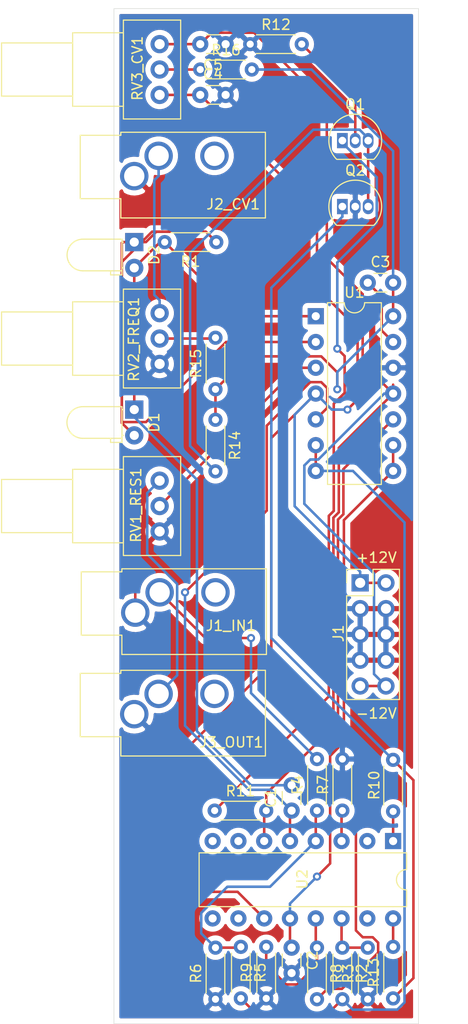
<source format=kicad_pcb>
(kicad_pcb (version 20171130) (host pcbnew 5.1.2-f72e74a~84~ubuntu18.04.1)
  (title_block (title "Simple Analog Low Pass Filter") (date 2019-04-20) (rev 0.1) (company lunaticgeek.com) (comment 1 "Based on LMNC and Rene Schmitz MS20 filter"))
  (layers (0 F.Cu signal) (31 B.Cu signal) (34 B.Paste user) (35 F.Paste user) (36 B.SilkS user) (37 F.SilkS user) (38 B.Mask user) (39 F.Mask user) (44 Edge.Cuts user))
  (net 0 "")
  (net 1 "Net-(C1-Pad2)")
  (net 2 "Net-(C1-Pad1)")
  (net 3 "Net-(C2-Pad1)")
  (net 4 GND)
  (net 5 "Net-(C3-Pad1)")
  (net 6 "Net-(C3-Pad2)")
  (net 7 +12V)
  (net 8 -12V)
  (net 9 "Net-(D1-Pad2)")
  (net 10 "Net-(Q1-Pad2)")
  (net 11 "Net-(Q1-Pad3)")
  (net 12 "Net-(Q1-Pad1)")
  (net 13 "Net-(Q2-Pad1)")
  (net 14 "Net-(R2-Pad1)")
  (net 15 "Net-(R2-Pad2)")
  (net 16 "Net-(R4-Pad1)")
  (net 17 "Net-(R7-Pad1)")
  (net 18 "Net-(R8-Pad2)")
  (net 19 "Net-(R8-Pad1)")
  (net 20 "Net-(R10-Pad2)")
  (net 21 "Net-(R13-Pad2)")
  (net 22 "Net-(R15-Pad2)")
  (net 23 "Net-(R16-Pad1)")
  (net 24 "Net-(U2-Pad9)")
  (net 25 "Net-(U2-Pad2)")
  (net 26 "Net-(U2-Pad10)")
  (net 27 "Net-(U2-Pad7)")
  (net 28 "Net-(U2-Pad15)")
  (net 29 "Net-(U2-Pad8)")
  (net 30 "Net-(J1_IN1-PadT)")
  (net 31 "Net-(J2_CV1-PadT)")
  (net 32 "Net-(J3_OUT1-PadT)")
  (net 33 "Net-(RV1_RES1-Pad2)")
  (module Package_DIP:DIP-16_W7.62mm (layer F.Cu) (at 152.5 122 270)
    (fp_text reference U2 (at 3.757 8.943 270) (layer F.SilkS))
    (fp_text value LM13700)
    (fp_arc (start 3.81 -1.33) (end 2.81 -1.33) (angle -180) (layer F.SilkS) (width 0.12))
    (fp_line (start 2.81 -1.33) (end 1.16 -1.33) (layer F.SilkS) (width 0.12))
    (fp_line (start 1.16 -1.33) (end 1.16 19.11) (layer F.SilkS) (width 0.12))
    (fp_line (start 1.16 19.11) (end 6.46 19.11) (layer F.SilkS) (width 0.12))
    (fp_line (start 6.46 19.11) (end 6.46 -1.33) (layer F.SilkS) (width 0.12))
    (fp_line (start 6.46 -1.33) (end 4.81 -1.33) (layer F.SilkS) (width 0.12))
    (pad 1 thru_hole rect (at 0 0 270) (size 1.6 1.6) (drill 0.8) (layers *.Cu *.Mask) (net 20 "Net-(R10-Pad2)"))
    (pad 9 thru_hole oval (at 7.62 17.78 270) (size 1.6 1.6) (drill 0.8) (layers *.Cu *.Mask) (net 24 "Net-(U2-Pad9)"))
    (pad 2 thru_hole oval (at 0 2.54 270) (size 1.6 1.6) (drill 0.8) (layers *.Cu *.Mask) (net 25 "Net-(U2-Pad2)"))
    (pad 10 thru_hole oval (at 7.62 15.24 270) (size 1.6 1.6) (drill 0.8) (layers *.Cu *.Mask) (net 26 "Net-(U2-Pad10)"))
    (pad 3 thru_hole oval (at 0 5.08 270) (size 1.6 1.6) (drill 0.8) (layers *.Cu *.Mask) (net 17 "Net-(R7-Pad1)"))
    (pad 11 thru_hole oval (at 7.62 12.7 270) (size 1.6 1.6) (drill 0.8) (layers *.Cu *.Mask) (net 7 +12V))
    (pad 4 thru_hole oval (at 0 7.62 270) (size 1.6 1.6) (drill 0.8) (layers *.Cu *.Mask) (net 16 "Net-(R4-Pad1)"))
    (pad 12 thru_hole oval (at 7.62 10.16 270) (size 1.6 1.6) (drill 0.8) (layers *.Cu *.Mask) (net 3 "Net-(C2-Pad1)"))
    (pad 5 thru_hole oval (at 0 10.16 270) (size 1.6 1.6) (drill 0.8) (layers *.Cu *.Mask) (net 2 "Net-(C1-Pad1)"))
    (pad 13 thru_hole oval (at 7.62 7.62 270) (size 1.6 1.6) (drill 0.8) (layers *.Cu *.Mask) (net 19 "Net-(R8-Pad1)"))
    (pad 6 thru_hole oval (at 0 12.7 270) (size 1.6 1.6) (drill 0.8) (layers *.Cu *.Mask) (net 8 -12V))
    (pad 14 thru_hole oval (at 7.62 5.08 270) (size 1.6 1.6) (drill 0.8) (layers *.Cu *.Mask) (net 14 "Net-(R2-Pad1)"))
    (pad 7 thru_hole oval (at 0 15.24 270) (size 1.6 1.6) (drill 0.8) (layers *.Cu *.Mask) (net 27 "Net-(U2-Pad7)"))
    (pad 15 thru_hole oval (at 7.62 2.54 270) (size 1.6 1.6) (drill 0.8) (layers *.Cu *.Mask) (net 28 "Net-(U2-Pad15)"))
    (pad 8 thru_hole oval (at 0 17.78 270) (size 1.6 1.6) (drill 0.8) (layers *.Cu *.Mask) (net 29 "Net-(U2-Pad8)"))
    (pad 16 thru_hole oval (at 7.62 0 270) (size 1.6 1.6) (drill 0.8) (layers *.Cu *.Mask) (net 21 "Net-(R13-Pad2)"))
  )
  (module Connector_Audio:Jack_3.5mm_CUI_SJ1-3533NG_Horizontal_CircularHoles (layer F.Cu) (at 127 109.5 90)
    (fp_text reference J3_OUT1 (at -2.7735 9.5705 180) (layer F.SilkS))
    (fp_text value AudioJack2)
    (fp_line (start -2.22 -1.32) (end -2.22 -5.32) (layer F.SilkS) (width 0.12))
    (fp_line (start -4.12 -1.32) (end -2.22 -1.32) (layer F.SilkS) (width 0.12))
    (fp_line (start -4.12 12.92) (end -4.12 -1.32) (layer F.SilkS) (width 0.12))
    (fp_line (start 4.32 12.92) (end -4.12 12.92) (layer F.SilkS) (width 0.12))
    (fp_line (start 4.32 -1.32) (end 4.32 12.92) (layer F.SilkS) (width 0.12))
    (fp_line (start 4.02 -1.32) (end 4.32 -1.32) (layer F.SilkS) (width 0.12))
    (fp_line (start 4.02 -5.32) (end 4.02 -1.32) (layer F.SilkS) (width 0.12))
    (fp_line (start -2.22 -5.32) (end 4.02 -5.32) (layer F.SilkS) (width 0.12))
    (pad R thru_hole circle (at 2 7.9 90) (size 2.8 2.8) (drill 2) (layers *.Cu *.Mask))
    (pad T thru_hole circle (at 2 2.4 90) (size 2.8 2.8) (drill 2) (layers *.Cu *.Mask) (net 32 "Net-(J3_OUT1-PadT)"))
    (pad S thru_hole circle (at 0 0 90) (size 2.8 2.8) (drill 2) (layers *.Cu *.Mask) (net 4 GND))
  )
  (module Connector_Audio:Jack_3.5mm_CUI_SJ1-3533NG_Horizontal_CircularHoles (layer F.Cu) (at 127 56.5 90)
    (fp_text reference J2_CV1 (at -2.774 9.7485 180) (layer F.SilkS))
    (fp_text value AudioJack2)
    (fp_line (start -2.22 -1.32) (end -2.22 -5.32) (layer F.SilkS) (width 0.12))
    (fp_line (start -4.12 -1.32) (end -2.22 -1.32) (layer F.SilkS) (width 0.12))
    (fp_line (start -4.12 12.92) (end -4.12 -1.32) (layer F.SilkS) (width 0.12))
    (fp_line (start 4.32 12.92) (end -4.12 12.92) (layer F.SilkS) (width 0.12))
    (fp_line (start 4.32 -1.32) (end 4.32 12.92) (layer F.SilkS) (width 0.12))
    (fp_line (start 4.02 -1.32) (end 4.32 -1.32) (layer F.SilkS) (width 0.12))
    (fp_line (start 4.02 -5.32) (end 4.02 -1.32) (layer F.SilkS) (width 0.12))
    (fp_line (start -2.22 -5.32) (end 4.02 -5.32) (layer F.SilkS) (width 0.12))
    (pad R thru_hole circle (at 2 7.9 90) (size 2.8 2.8) (drill 2) (layers *.Cu *.Mask))
    (pad T thru_hole circle (at 2 2.4 90) (size 2.8 2.8) (drill 2) (layers *.Cu *.Mask) (net 31 "Net-(J2_CV1-PadT)"))
    (pad S thru_hole circle (at 0 0 90) (size 2.8 2.8) (drill 2) (layers *.Cu *.Mask) (net 4 GND))
  )
  (module Connector_Audio:Jack_3.5mm_CUI_SJ1-3533NG_Horizontal_CircularHoles (layer F.Cu) (at 127.1 99.5 90)
    (fp_text reference J1_IN1 (at -1.2925 9.426 180) (layer F.SilkS))
    (fp_text value AudioJack2)
    (fp_line (start -2.22 -1.32) (end -2.22 -5.32) (layer F.SilkS) (width 0.12))
    (fp_line (start -4.12 -1.32) (end -2.22 -1.32) (layer F.SilkS) (width 0.12))
    (fp_line (start -4.12 12.92) (end -4.12 -1.32) (layer F.SilkS) (width 0.12))
    (fp_line (start 4.32 12.92) (end -4.12 12.92) (layer F.SilkS) (width 0.12))
    (fp_line (start 4.32 -1.32) (end 4.32 12.92) (layer F.SilkS) (width 0.12))
    (fp_line (start 4.02 -1.32) (end 4.32 -1.32) (layer F.SilkS) (width 0.12))
    (fp_line (start 4.02 -5.32) (end 4.02 -1.32) (layer F.SilkS) (width 0.12))
    (fp_line (start -2.22 -5.32) (end 4.02 -5.32) (layer F.SilkS) (width 0.12))
    (pad R thru_hole circle (at 2 7.9 90) (size 2.8 2.8) (drill 2) (layers *.Cu *.Mask))
    (pad T thru_hole circle (at 2 2.4 90) (size 2.8 2.8) (drill 2) (layers *.Cu *.Mask) (net 30 "Net-(J1_IN1-PadT)"))
    (pad S thru_hole circle (at 0 0 90) (size 2.8 2.8) (drill 2) (layers *.Cu *.Mask) (net 4 GND))
  )
  (module Capacitor_THT:C_Disc_D3.0mm_W1.6mm_P2.50mm (layer F.Cu) (at 142.5 119 90)
    (fp_text reference C1 (at 1.25 -2.05 90) (layer F.SilkS))
    (fp_text value 1n)
    (fp_line (start 0.621 0.92) (end 1.879 0.92) (layer F.SilkS) (width 0.12))
    (fp_line (start 0.621 -0.92) (end 1.879 -0.92) (layer F.SilkS) (width 0.12))
    (pad 2 thru_hole circle (at 2.5 0 90) (size 1.6 1.6) (drill 0.8) (layers *.Cu *.Mask) (net 1 "Net-(C1-Pad2)"))
    (pad 1 thru_hole circle (at 0 0 90) (size 1.6 1.6) (drill 0.8) (layers *.Cu *.Mask) (net 2 "Net-(C1-Pad1)"))
  )
  (module Capacitor_THT:C_Disc_D3.0mm_W1.6mm_P2.50mm (layer F.Cu) (at 142.5 132.5 270)
    (fp_text reference C2 (at 1.25 -2.05 270) (layer F.SilkS))
    (fp_text value 1n)
    (fp_line (start 0.621 -0.92) (end 1.879 -0.92) (layer F.SilkS) (width 0.12))
    (fp_line (start 0.621 0.92) (end 1.879 0.92) (layer F.SilkS) (width 0.12))
    (pad 1 thru_hole circle (at 0 0 270) (size 1.6 1.6) (drill 0.8) (layers *.Cu *.Mask) (net 3 "Net-(C2-Pad1)"))
    (pad 2 thru_hole circle (at 2.5 0 270) (size 1.6 1.6) (drill 0.8) (layers *.Cu *.Mask) (net 4 GND))
  )
  (module Capacitor_THT:C_Disc_D3.0mm_W1.6mm_P2.50mm (layer F.Cu) (at 150 67)
    (fp_text reference C3 (at 1.25 -2.05) (layer F.SilkS))
    (fp_text value 4.7n)
    (fp_line (start 0.621 -0.92) (end 1.879 -0.92) (layer F.SilkS) (width 0.12))
    (fp_line (start 0.621 0.92) (end 1.879 0.92) (layer F.SilkS) (width 0.12))
    (pad 1 thru_hole circle (at 0 0) (size 1.6 1.6) (drill 0.8) (layers *.Cu *.Mask) (net 5 "Net-(C3-Pad1)"))
    (pad 2 thru_hole circle (at 2.5 0) (size 1.6 1.6) (drill 0.8) (layers *.Cu *.Mask) (net 6 "Net-(C3-Pad2)"))
  )
  (module Capacitor_THT:C_Disc_D3.0mm_W1.6mm_P2.50mm (layer F.Cu) (at 133.5 48.5)
    (fp_text reference C4 (at 1.25 -2.05) (layer F.SilkS))
    (fp_text value 100n)
    (fp_line (start 0.621 0.92) (end 1.879 0.92) (layer F.SilkS) (width 0.12))
    (fp_line (start 0.621 -0.92) (end 1.879 -0.92) (layer F.SilkS) (width 0.12))
    (pad 2 thru_hole circle (at 2.5 0) (size 1.6 1.6) (drill 0.8) (layers *.Cu *.Mask) (net 4 GND))
    (pad 1 thru_hole circle (at 0 0) (size 1.6 1.6) (drill 0.8) (layers *.Cu *.Mask) (net 7 +12V))
  )
  (module Capacitor_THT:C_Disc_D3.0mm_W1.6mm_P2.50mm (layer F.Cu) (at 136 43.5 180)
    (fp_text reference C5 (at 1.25 -2.05 180) (layer F.SilkS))
    (fp_text value 100n)
    (fp_line (start 0.621 -0.92) (end 1.879 -0.92) (layer F.SilkS) (width 0.12))
    (fp_line (start 0.621 0.92) (end 1.879 0.92) (layer F.SilkS) (width 0.12))
    (pad 1 thru_hole circle (at 0 0 180) (size 1.6 1.6) (drill 0.8) (layers *.Cu *.Mask) (net 4 GND))
    (pad 2 thru_hole circle (at 2.5 0 180) (size 1.6 1.6) (drill 0.8) (layers *.Cu *.Mask) (net 8 -12V))
  )
  (module LED_THT:LED_D3.0mm_Horizontal_O1.27mm_Z2.0mm (layer F.Cu) (at 127 79.5 270)
    (fp_text reference D1 (at 1.27 -1.96 270) (layer F.SilkS))
    (fp_text value LED)
    (fp_arc (start 1.27 5.07) (end -0.29 5.07) (angle -180) (layer F.SilkS) (width 0.12))
    (fp_line (start -0.29 1.21) (end -0.29 5.07) (layer F.SilkS) (width 0.12))
    (fp_line (start 2.83 1.21) (end 2.83 5.07) (layer F.SilkS) (width 0.12))
    (fp_line (start -0.29 1.21) (end 2.83 1.21) (layer F.SilkS) (width 0.12))
    (fp_line (start 3.23 1.21) (end 3.23 2.33) (layer F.SilkS) (width 0.12))
    (fp_line (start 3.23 2.33) (end 2.83 2.33) (layer F.SilkS) (width 0.12))
    (fp_line (start 2.83 2.33) (end 2.83 1.21) (layer F.SilkS) (width 0.12))
    (fp_line (start 2.83 1.21) (end 3.23 1.21) (layer F.SilkS) (width 0.12))
    (fp_line (start 0 1.08) (end 0 1.21) (layer F.SilkS) (width 0.12))
    (fp_line (start 0 1.21) (end 0 1.21) (layer F.SilkS) (width 0.12))
    (fp_line (start 0 1.21) (end 0 1.08) (layer F.SilkS) (width 0.12))
    (fp_line (start 0 1.08) (end 0 1.08) (layer F.SilkS) (width 0.12))
    (fp_line (start 2.54 1.08) (end 2.54 1.21) (layer F.SilkS) (width 0.12))
    (fp_line (start 2.54 1.21) (end 2.54 1.21) (layer F.SilkS) (width 0.12))
    (fp_line (start 2.54 1.21) (end 2.54 1.08) (layer F.SilkS) (width 0.12))
    (fp_line (start 2.54 1.08) (end 2.54 1.08) (layer F.SilkS) (width 0.12))
    (pad 1 thru_hole rect (at 0 0 270) (size 1.8 1.8) (drill 0.9) (layers *.Cu *.Mask) (net 1 "Net-(C1-Pad2)"))
    (pad 2 thru_hole circle (at 2.54 0 270) (size 1.8 1.8) (drill 0.9) (layers *.Cu *.Mask) (net 9 "Net-(D1-Pad2)"))
  )
  (module LED_THT:LED_D3.0mm_Horizontal_O1.27mm_Z2.0mm (layer F.Cu) (at 127 63 270)
    (fp_text reference D2 (at 1.27 -1.96 270) (layer F.SilkS))
    (fp_text value LED)
    (fp_line (start 2.54 1.08) (end 2.54 1.08) (layer F.SilkS) (width 0.12))
    (fp_line (start 2.54 1.21) (end 2.54 1.08) (layer F.SilkS) (width 0.12))
    (fp_line (start 2.54 1.21) (end 2.54 1.21) (layer F.SilkS) (width 0.12))
    (fp_line (start 2.54 1.08) (end 2.54 1.21) (layer F.SilkS) (width 0.12))
    (fp_line (start 0 1.08) (end 0 1.08) (layer F.SilkS) (width 0.12))
    (fp_line (start 0 1.21) (end 0 1.08) (layer F.SilkS) (width 0.12))
    (fp_line (start 0 1.21) (end 0 1.21) (layer F.SilkS) (width 0.12))
    (fp_line (start 0 1.08) (end 0 1.21) (layer F.SilkS) (width 0.12))
    (fp_line (start 2.83 1.21) (end 3.23 1.21) (layer F.SilkS) (width 0.12))
    (fp_line (start 2.83 2.33) (end 2.83 1.21) (layer F.SilkS) (width 0.12))
    (fp_line (start 3.23 2.33) (end 2.83 2.33) (layer F.SilkS) (width 0.12))
    (fp_line (start 3.23 1.21) (end 3.23 2.33) (layer F.SilkS) (width 0.12))
    (fp_line (start -0.29 1.21) (end 2.83 1.21) (layer F.SilkS) (width 0.12))
    (fp_line (start 2.83 1.21) (end 2.83 5.07) (layer F.SilkS) (width 0.12))
    (fp_line (start -0.29 1.21) (end -0.29 5.07) (layer F.SilkS) (width 0.12))
    (fp_arc (start 1.27 5.07) (end -0.29 5.07) (angle -180) (layer F.SilkS) (width 0.12))
    (pad 2 thru_hole circle (at 2.54 0 270) (size 1.8 1.8) (drill 0.9) (layers *.Cu *.Mask) (net 1 "Net-(C1-Pad2)"))
    (pad 1 thru_hole rect (at 0 0 270) (size 1.8 1.8) (drill 0.9) (layers *.Cu *.Mask) (net 9 "Net-(D1-Pad2)"))
  )
  (module Package_TO_SOT_THT:TO-92_Inline (layer F.Cu) (at 147.5 53)
    (fp_text reference Q1 (at 1.27 -3.56) (layer F.SilkS))
    (fp_text value BC558)
    (fp_line (start -0.53 1.85) (end 3.07 1.85) (layer F.SilkS) (width 0.12))
    (fp_arc (start 1.27 0) (end 1.27 -2.6) (angle -135) (layer F.SilkS) (width 0.12))
    (fp_arc (start 1.27 0) (end 1.27 -2.6) (angle 135) (layer F.SilkS) (width 0.12))
    (pad 2 thru_hole oval (at 1.27 0) (size 1.05 1.5) (drill 0.75) (layers *.Cu *.Mask) (net 10 "Net-(Q1-Pad2)"))
    (pad 3 thru_hole oval (at 2.54 0) (size 1.05 1.5) (drill 0.75) (layers *.Cu *.Mask) (net 11 "Net-(Q1-Pad3)"))
    (pad 1 thru_hole rect (at 0 0) (size 1.05 1.5) (drill 0.75) (layers *.Cu *.Mask) (net 12 "Net-(Q1-Pad1)"))
  )
  (module Package_TO_SOT_THT:TO-92_Inline (layer F.Cu) (at 147.5 59.5)
    (fp_text reference Q2 (at 1.27 -3.56) (layer F.SilkS))
    (fp_text value BC558)
    (fp_arc (start 1.27 0) (end 1.27 -2.6) (angle 135) (layer F.SilkS) (width 0.12))
    (fp_arc (start 1.27 0) (end 1.27 -2.6) (angle -135) (layer F.SilkS) (width 0.12))
    (fp_line (start -0.53 1.85) (end 3.07 1.85) (layer F.SilkS) (width 0.12))
    (pad 1 thru_hole rect (at 0 0) (size 1.05 1.5) (drill 0.75) (layers *.Cu *.Mask) (net 13 "Net-(Q2-Pad1)"))
    (pad 3 thru_hole oval (at 2.54 0) (size 1.05 1.5) (drill 0.75) (layers *.Cu *.Mask) (net 11 "Net-(Q1-Pad3)"))
    (pad 2 thru_hole oval (at 1.27 0) (size 1.05 1.5) (drill 0.75) (layers *.Cu *.Mask) (net 4 GND))
  )
  (module Resistor_THT:R_Axial_DIN0204_L3.6mm_D1.6mm_P5.08mm_Horizontal (layer F.Cu) (at 135.08 63 180)
    (fp_text reference R1 (at 2.54 -1.92 180) (layer F.SilkS))
    (fp_text value 10k)
    (fp_line (start 0.62 0.92) (end 4.46 0.92) (layer F.SilkS) (width 0.12))
    (fp_line (start 0.62 -0.92) (end 4.46 -0.92) (layer F.SilkS) (width 0.12))
    (pad 2 thru_hole oval (at 5.08 0 180) (size 1.4 1.4) (drill 0.7) (layers *.Cu *.Mask) (net 1 "Net-(C1-Pad2)"))
    (pad 1 thru_hole circle (at 0 0 180) (size 1.4 1.4) (drill 0.7) (layers *.Cu *.Mask) (net 9 "Net-(D1-Pad2)"))
  )
  (module Resistor_THT:R_Axial_DIN0204_L3.6mm_D1.6mm_P5.08mm_Horizontal (layer F.Cu) (at 147.5 132.5 270)
    (fp_text reference R2 (at 2.54 -1.92 270) (layer F.SilkS))
    (fp_text value 10k)
    (fp_line (start 0.62 -0.92) (end 4.46 -0.92) (layer F.SilkS) (width 0.12))
    (fp_line (start 0.62 0.92) (end 4.46 0.92) (layer F.SilkS) (width 0.12))
    (pad 1 thru_hole circle (at 0 0 270) (size 1.4 1.4) (drill 0.7) (layers *.Cu *.Mask) (net 14 "Net-(R2-Pad1)"))
    (pad 2 thru_hole oval (at 5.08 0 270) (size 1.4 1.4) (drill 0.7) (layers *.Cu *.Mask) (net 15 "Net-(R2-Pad2)"))
  )
  (module Resistor_THT:R_Axial_DIN0204_L3.6mm_D1.6mm_P5.08mm_Horizontal (layer F.Cu) (at 150 137.58 90)
    (fp_text reference R3 (at 2.54 -1.92 90) (layer F.SilkS))
    (fp_text value 220)
    (fp_line (start 0.62 -0.92) (end 4.46 -0.92) (layer F.SilkS) (width 0.12))
    (fp_line (start 0.62 0.92) (end 4.46 0.92) (layer F.SilkS) (width 0.12))
    (pad 1 thru_hole circle (at 0 0 90) (size 1.4 1.4) (drill 0.7) (layers *.Cu *.Mask) (net 4 GND))
    (pad 2 thru_hole oval (at 5.08 0 90) (size 1.4 1.4) (drill 0.7) (layers *.Cu *.Mask) (net 14 "Net-(R2-Pad1)"))
  )
  (module Resistor_THT:R_Axial_DIN0204_L3.6mm_D1.6mm_P5.08mm_Horizontal (layer F.Cu) (at 145 119 90)
    (fp_text reference R4 (at 2.54 -1.92 90) (layer F.SilkS))
    (fp_text value 10k)
    (fp_line (start 0.62 0.92) (end 4.46 0.92) (layer F.SilkS) (width 0.12))
    (fp_line (start 0.62 -0.92) (end 4.46 -0.92) (layer F.SilkS) (width 0.12))
    (pad 2 thru_hole oval (at 5.08 0 90) (size 1.4 1.4) (drill 0.7) (layers *.Cu *.Mask) (net 30 "Net-(J1_IN1-PadT)"))
    (pad 1 thru_hole circle (at 0 0 90) (size 1.4 1.4) (drill 0.7) (layers *.Cu *.Mask) (net 16 "Net-(R4-Pad1)"))
  )
  (module Resistor_THT:R_Axial_DIN0204_L3.6mm_D1.6mm_P5.08mm_Horizontal (layer F.Cu) (at 137.5 132.42 270)
    (fp_text reference R5 (at 2.54 -1.92 270) (layer F.SilkS))
    (fp_text value 10k)
    (fp_line (start 0.62 -0.92) (end 4.46 -0.92) (layer F.SilkS) (width 0.12))
    (fp_line (start 0.62 0.92) (end 4.46 0.92) (layer F.SilkS) (width 0.12))
    (pad 1 thru_hole circle (at 0 0 270) (size 1.4 1.4) (drill 0.7) (layers *.Cu *.Mask) (net 16 "Net-(R4-Pad1)"))
    (pad 2 thru_hole oval (at 5.08 0 270) (size 1.4 1.4) (drill 0.7) (layers *.Cu *.Mask) (net 15 "Net-(R2-Pad2)"))
  )
  (module Resistor_THT:R_Axial_DIN0204_L3.6mm_D1.6mm_P5.08mm_Horizontal (layer F.Cu) (at 135 137.58 90)
    (fp_text reference R6 (at 2.54 -1.92 90) (layer F.SilkS))
    (fp_text value 220)
    (fp_line (start 0.62 0.92) (end 4.46 0.92) (layer F.SilkS) (width 0.12))
    (fp_line (start 0.62 -0.92) (end 4.46 -0.92) (layer F.SilkS) (width 0.12))
    (pad 2 thru_hole oval (at 5.08 0 90) (size 1.4 1.4) (drill 0.7) (layers *.Cu *.Mask) (net 16 "Net-(R4-Pad1)"))
    (pad 1 thru_hole circle (at 0 0 90) (size 1.4 1.4) (drill 0.7) (layers *.Cu *.Mask) (net 4 GND))
  )
  (module Resistor_THT:R_Axial_DIN0204_L3.6mm_D1.6mm_P5.08mm_Horizontal (layer F.Cu) (at 147.5 119 90)
    (fp_text reference R7 (at 2.54 -1.92 90) (layer F.SilkS))
    (fp_text value 220)
    (fp_line (start 0.62 -0.92) (end 4.46 -0.92) (layer F.SilkS) (width 0.12))
    (fp_line (start 0.62 0.92) (end 4.46 0.92) (layer F.SilkS) (width 0.12))
    (pad 1 thru_hole circle (at 0 0 90) (size 1.4 1.4) (drill 0.7) (layers *.Cu *.Mask) (net 17 "Net-(R7-Pad1)"))
    (pad 2 thru_hole oval (at 5.08 0 90) (size 1.4 1.4) (drill 0.7) (layers *.Cu *.Mask) (net 4 GND))
  )
  (module Resistor_THT:R_Axial_DIN0204_L3.6mm_D1.6mm_P5.08mm_Horizontal (layer F.Cu) (at 145 132.5 270)
    (fp_text reference R8 (at 2.54 -1.92 270) (layer F.SilkS))
    (fp_text value 10k)
    (fp_line (start 0.62 0.92) (end 4.46 0.92) (layer F.SilkS) (width 0.12))
    (fp_line (start 0.62 -0.92) (end 4.46 -0.92) (layer F.SilkS) (width 0.12))
    (pad 2 thru_hole oval (at 5.08 0 270) (size 1.4 1.4) (drill 0.7) (layers *.Cu *.Mask) (net 18 "Net-(R8-Pad2)"))
    (pad 1 thru_hole circle (at 0 0 270) (size 1.4 1.4) (drill 0.7) (layers *.Cu *.Mask) (net 19 "Net-(R8-Pad1)"))
  )
  (module Resistor_THT:R_Axial_DIN0204_L3.6mm_D1.6mm_P5.08mm_Horizontal (layer F.Cu) (at 140 137.5 90)
    (fp_text reference R9 (at 2.54 -1.92 90) (layer F.SilkS))
    (fp_text value 220)
    (fp_line (start 0.62 -0.92) (end 4.46 -0.92) (layer F.SilkS) (width 0.12))
    (fp_line (start 0.62 0.92) (end 4.46 0.92) (layer F.SilkS) (width 0.12))
    (pad 1 thru_hole circle (at 0 0 90) (size 1.4 1.4) (drill 0.7) (layers *.Cu *.Mask) (net 4 GND))
    (pad 2 thru_hole oval (at 5.08 0 90) (size 1.4 1.4) (drill 0.7) (layers *.Cu *.Mask) (net 19 "Net-(R8-Pad1)"))
  )
  (module Resistor_THT:R_Axial_DIN0204_L3.6mm_D1.6mm_P5.08mm_Horizontal (layer F.Cu) (at 152.5 114 270)
    (fp_text reference R10 (at 2.501 1.8675 270) (layer F.SilkS))
    (fp_text value 10k)
    (fp_line (start 0.62 -0.92) (end 4.46 -0.92) (layer F.SilkS) (width 0.12))
    (fp_line (start 0.62 0.92) (end 4.46 0.92) (layer F.SilkS) (width 0.12))
    (pad 1 thru_hole circle (at 0 0 270) (size 1.4 1.4) (drill 0.7) (layers *.Cu *.Mask) (net 13 "Net-(Q2-Pad1)"))
    (pad 2 thru_hole oval (at 5.08 0 270) (size 1.4 1.4) (drill 0.7) (layers *.Cu *.Mask) (net 20 "Net-(R10-Pad2)"))
  )
  (module Resistor_THT:R_Axial_DIN0204_L3.6mm_D1.6mm_P5.08mm_Horizontal (layer F.Cu) (at 134.92 119)
    (fp_text reference R11 (at 2.54 -1.92) (layer F.SilkS))
    (fp_text value 470k)
    (fp_line (start 0.62 0.92) (end 4.46 0.92) (layer F.SilkS) (width 0.12))
    (fp_line (start 0.62 -0.92) (end 4.46 -0.92) (layer F.SilkS) (width 0.12))
    (pad 2 thru_hole oval (at 5.08 0) (size 1.4 1.4) (drill 0.7) (layers *.Cu *.Mask) (net 8 -12V))
    (pad 1 thru_hole circle (at 0 0) (size 1.4 1.4) (drill 0.7) (layers *.Cu *.Mask) (net 12 "Net-(Q1-Pad1)"))
  )
  (module Resistor_THT:R_Axial_DIN0204_L3.6mm_D1.6mm_P5.08mm_Horizontal (layer F.Cu) (at 138.42 43.5)
    (fp_text reference R12 (at 2.54 -1.92) (layer F.SilkS))
    (fp_text value 1k8)
    (fp_line (start 0.62 -0.92) (end 4.46 -0.92) (layer F.SilkS) (width 0.12))
    (fp_line (start 0.62 0.92) (end 4.46 0.92) (layer F.SilkS) (width 0.12))
    (pad 1 thru_hole circle (at 0 0) (size 1.4 1.4) (drill 0.7) (layers *.Cu *.Mask) (net 4 GND))
    (pad 2 thru_hole oval (at 5.08 0) (size 1.4 1.4) (drill 0.7) (layers *.Cu *.Mask) (net 10 "Net-(Q1-Pad2)"))
  )
  (module Resistor_THT:R_Axial_DIN0204_L3.6mm_D1.6mm_P5.08mm_Horizontal (layer F.Cu) (at 152.5 137.5 90)
    (fp_text reference R13 (at 2.54 -1.92 90) (layer F.SilkS))
    (fp_text value 10k)
    (fp_line (start 0.62 0.92) (end 4.46 0.92) (layer F.SilkS) (width 0.12))
    (fp_line (start 0.62 -0.92) (end 4.46 -0.92) (layer F.SilkS) (width 0.12))
    (pad 2 thru_hole oval (at 5.08 0 90) (size 1.4 1.4) (drill 0.7) (layers *.Cu *.Mask) (net 21 "Net-(R13-Pad2)"))
    (pad 1 thru_hole circle (at 0 0 90) (size 1.4 1.4) (drill 0.7) (layers *.Cu *.Mask) (net 13 "Net-(Q2-Pad1)"))
  )
  (module Resistor_THT:R_Axial_DIN0204_L3.6mm_D1.6mm_P5.08mm_Horizontal (layer F.Cu) (at 135 80.5 270)
    (fp_text reference R14 (at 2.54 -1.92 270) (layer F.SilkS))
    (fp_text value 4.7k)
    (fp_line (start 0.62 0.92) (end 4.46 0.92) (layer F.SilkS) (width 0.12))
    (fp_line (start 0.62 -0.92) (end 4.46 -0.92) (layer F.SilkS) (width 0.12))
    (pad 2 thru_hole oval (at 5.08 0 270) (size 1.4 1.4) (drill 0.7) (layers *.Cu *.Mask) (net 11 "Net-(Q1-Pad3)"))
    (pad 1 thru_hole circle (at 0 0 270) (size 1.4 1.4) (drill 0.7) (layers *.Cu *.Mask) (net 6 "Net-(C3-Pad2)"))
  )
  (module Resistor_THT:R_Axial_DIN0204_L3.6mm_D1.6mm_P5.08mm_Horizontal (layer F.Cu) (at 135 77.5 90)
    (fp_text reference R15 (at 2.54 -1.92 90) (layer F.SilkS))
    (fp_text value 100k)
    (fp_line (start 0.62 0.92) (end 4.46 0.92) (layer F.SilkS) (width 0.12))
    (fp_line (start 0.62 -0.92) (end 4.46 -0.92) (layer F.SilkS) (width 0.12))
    (pad 2 thru_hole oval (at 5.08 0 90) (size 1.4 1.4) (drill 0.7) (layers *.Cu *.Mask) (net 22 "Net-(R15-Pad2)"))
    (pad 1 thru_hole circle (at 0 0 90) (size 1.4 1.4) (drill 0.7) (layers *.Cu *.Mask) (net 6 "Net-(C3-Pad2)"))
  )
  (module Resistor_THT:R_Axial_DIN0204_L3.6mm_D1.6mm_P5.08mm_Horizontal (layer F.Cu) (at 133.5 46)
    (fp_text reference R16 (at 2.54 -1.92) (layer F.SilkS))
    (fp_text value 100k)
    (fp_line (start 0.62 -0.92) (end 4.46 -0.92) (layer F.SilkS) (width 0.12))
    (fp_line (start 0.62 0.92) (end 4.46 0.92) (layer F.SilkS) (width 0.12))
    (pad 1 thru_hole circle (at 0 0) (size 1.4 1.4) (drill 0.7) (layers *.Cu *.Mask) (net 23 "Net-(R16-Pad1)"))
    (pad 2 thru_hole oval (at 5.08 0) (size 1.4 1.4) (drill 0.7) (layers *.Cu *.Mask) (net 6 "Net-(C3-Pad2)"))
  )
  (module Potentiometer_THT:Potentiometer_Alps_RK09Y11_Single_Horizontal (layer F.Cu) (at 129.5 86.5 180)
    (fp_text reference RV1_RES1 (at 2.319 -2.411 270) (layer F.SilkS))
    (fp_text value 100k)
    (fp_line (start -2.071 -7.37) (end 3.57 -7.37) (layer F.SilkS) (width 0.12))
    (fp_line (start -2.071 2.37) (end 3.57 2.37) (layer F.SilkS) (width 0.12))
    (fp_line (start -2.071 -7.37) (end -2.071 2.37) (layer F.SilkS) (width 0.12))
    (fp_line (start 3.57 -7.37) (end 3.57 2.37) (layer F.SilkS) (width 0.12))
    (fp_line (start 3.57 -6.12) (end 8.57 -6.12) (layer F.SilkS) (width 0.12))
    (fp_line (start 3.57 1.12) (end 8.57 1.12) (layer F.SilkS) (width 0.12))
    (fp_line (start 3.57 -6.12) (end 3.57 1.12) (layer F.SilkS) (width 0.12))
    (fp_line (start 8.57 -6.12) (end 8.57 1.12) (layer F.SilkS) (width 0.12))
    (fp_line (start 8.57 -5.12) (end 15.57 -5.12) (layer F.SilkS) (width 0.12))
    (fp_line (start 8.57 0.12) (end 15.57 0.12) (layer F.SilkS) (width 0.12))
    (fp_line (start 8.57 -5.12) (end 8.57 0.12) (layer F.SilkS) (width 0.12))
    (fp_line (start 15.57 -5.12) (end 15.57 0.12) (layer F.SilkS) (width 0.12))
    (pad 3 thru_hole circle (at 0 -5 180) (size 1.8 1.8) (drill 1) (layers *.Cu *.Mask) (net 4 GND))
    (pad 2 thru_hole circle (at 0 -2.5 180) (size 1.8 1.8) (drill 1) (layers *.Cu *.Mask) (net 33 "Net-(RV1_RES1-Pad2)"))
    (pad 1 thru_hole circle (at 0 0 180) (size 1.8 1.8) (drill 1) (layers *.Cu *.Mask) (net 32 "Net-(J3_OUT1-PadT)"))
  )
  (module Potentiometer_THT:Potentiometer_Alps_RK09Y11_Single_Horizontal (layer F.Cu) (at 129.5 70 180)
    (fp_text reference RV2_FREQ1 (at 2.5415 -2.5795 270) (layer F.SilkS))
    (fp_text value 4k7)
    (fp_line (start 15.57 -5.12) (end 15.57 0.12) (layer F.SilkS) (width 0.12))
    (fp_line (start 8.57 -5.12) (end 8.57 0.12) (layer F.SilkS) (width 0.12))
    (fp_line (start 8.57 0.12) (end 15.57 0.12) (layer F.SilkS) (width 0.12))
    (fp_line (start 8.57 -5.12) (end 15.57 -5.12) (layer F.SilkS) (width 0.12))
    (fp_line (start 8.57 -6.12) (end 8.57 1.12) (layer F.SilkS) (width 0.12))
    (fp_line (start 3.57 -6.12) (end 3.57 1.12) (layer F.SilkS) (width 0.12))
    (fp_line (start 3.57 1.12) (end 8.57 1.12) (layer F.SilkS) (width 0.12))
    (fp_line (start 3.57 -6.12) (end 8.57 -6.12) (layer F.SilkS) (width 0.12))
    (fp_line (start 3.57 -7.37) (end 3.57 2.37) (layer F.SilkS) (width 0.12))
    (fp_line (start -2.071 -7.37) (end -2.071 2.37) (layer F.SilkS) (width 0.12))
    (fp_line (start -2.071 2.37) (end 3.57 2.37) (layer F.SilkS) (width 0.12))
    (fp_line (start -2.071 -7.37) (end 3.57 -7.37) (layer F.SilkS) (width 0.12))
    (pad 1 thru_hole circle (at 0 0 180) (size 1.8 1.8) (drill 1) (layers *.Cu *.Mask) (net 31 "Net-(J2_CV1-PadT)"))
    (pad 2 thru_hole circle (at 0 -2.5 180) (size 1.8 1.8) (drill 1) (layers *.Cu *.Mask) (net 22 "Net-(R15-Pad2)"))
    (pad 3 thru_hole circle (at 0 -5 180) (size 1.8 1.8) (drill 1) (layers *.Cu *.Mask) (net 4 GND))
  )
  (module Potentiometer_THT:Potentiometer_Alps_RK09Y11_Single_Horizontal (layer F.Cu) (at 129.5 43.5 180)
    (fp_text reference RV3_CV1 (at 2.1855 -2.3795 270) (layer F.SilkS))
    (fp_text value 100k)
    (fp_line (start -2.071 -7.37) (end 3.57 -7.37) (layer F.SilkS) (width 0.12))
    (fp_line (start -2.071 2.37) (end 3.57 2.37) (layer F.SilkS) (width 0.12))
    (fp_line (start -2.071 -7.37) (end -2.071 2.37) (layer F.SilkS) (width 0.12))
    (fp_line (start 3.57 -7.37) (end 3.57 2.37) (layer F.SilkS) (width 0.12))
    (fp_line (start 3.57 -6.12) (end 8.57 -6.12) (layer F.SilkS) (width 0.12))
    (fp_line (start 3.57 1.12) (end 8.57 1.12) (layer F.SilkS) (width 0.12))
    (fp_line (start 3.57 -6.12) (end 3.57 1.12) (layer F.SilkS) (width 0.12))
    (fp_line (start 8.57 -6.12) (end 8.57 1.12) (layer F.SilkS) (width 0.12))
    (fp_line (start 8.57 -5.12) (end 15.57 -5.12) (layer F.SilkS) (width 0.12))
    (fp_line (start 8.57 0.12) (end 15.57 0.12) (layer F.SilkS) (width 0.12))
    (fp_line (start 8.57 -5.12) (end 8.57 0.12) (layer F.SilkS) (width 0.12))
    (fp_line (start 15.57 -5.12) (end 15.57 0.12) (layer F.SilkS) (width 0.12))
    (pad 3 thru_hole circle (at 0 -5 180) (size 1.8 1.8) (drill 1) (layers *.Cu *.Mask) (net 7 +12V))
    (pad 2 thru_hole circle (at 0 -2.5 180) (size 1.8 1.8) (drill 1) (layers *.Cu *.Mask) (net 23 "Net-(R16-Pad1)"))
    (pad 1 thru_hole circle (at 0 0 180) (size 1.8 1.8) (drill 1) (layers *.Cu *.Mask) (net 8 -12V))
  )
  (module Package_DIP:DIP-14_W7.62mm (layer F.Cu) (at 144.88 70.3)
    (fp_text reference U1 (at 3.81 -2.33) (layer F.SilkS))
    (fp_text value TL074)
    (fp_arc (start 3.81 -1.33) (end 2.81 -1.33) (angle -180) (layer F.SilkS) (width 0.12))
    (fp_line (start 2.81 -1.33) (end 1.16 -1.33) (layer F.SilkS) (width 0.12))
    (fp_line (start 1.16 -1.33) (end 1.16 16.57) (layer F.SilkS) (width 0.12))
    (fp_line (start 1.16 16.57) (end 6.46 16.57) (layer F.SilkS) (width 0.12))
    (fp_line (start 6.46 16.57) (end 6.46 -1.33) (layer F.SilkS) (width 0.12))
    (fp_line (start 6.46 -1.33) (end 4.81 -1.33) (layer F.SilkS) (width 0.12))
    (pad 1 thru_hole rect (at 0 0) (size 1.6 1.6) (drill 0.8) (layers *.Cu *.Mask) (net 1 "Net-(C1-Pad2)"))
    (pad 8 thru_hole oval (at 7.62 15.24) (size 1.6 1.6) (drill 0.8) (layers *.Cu *.Mask) (net 18 "Net-(R8-Pad2)"))
    (pad 2 thru_hole oval (at 0 2.54) (size 1.6 1.6) (drill 0.8) (layers *.Cu *.Mask) (net 9 "Net-(D1-Pad2)"))
    (pad 9 thru_hole oval (at 7.62 12.7) (size 1.6 1.6) (drill 0.8) (layers *.Cu *.Mask) (net 18 "Net-(R8-Pad2)"))
    (pad 3 thru_hole oval (at 0 5.08) (size 1.6 1.6) (drill 0.8) (layers *.Cu *.Mask) (net 33 "Net-(RV1_RES1-Pad2)"))
    (pad 10 thru_hole oval (at 7.62 10.16) (size 1.6 1.6) (drill 0.8) (layers *.Cu *.Mask) (net 3 "Net-(C2-Pad1)"))
    (pad 4 thru_hole oval (at 0 7.62) (size 1.6 1.6) (drill 0.8) (layers *.Cu *.Mask) (net 7 +12V))
    (pad 11 thru_hole oval (at 7.62 7.62) (size 1.6 1.6) (drill 0.8) (layers *.Cu *.Mask) (net 8 -12V))
    (pad 5 thru_hole oval (at 0 10.16) (size 1.6 1.6) (drill 0.8) (layers *.Cu *.Mask) (net 2 "Net-(C1-Pad1)"))
    (pad 12 thru_hole oval (at 7.62 5.08) (size 1.6 1.6) (drill 0.8) (layers *.Cu *.Mask) (net 4 GND))
    (pad 6 thru_hole oval (at 0 12.7) (size 1.6 1.6) (drill 0.8) (layers *.Cu *.Mask) (net 15 "Net-(R2-Pad2)"))
    (pad 13 thru_hole oval (at 7.62 2.54) (size 1.6 1.6) (drill 0.8) (layers *.Cu *.Mask) (net 5 "Net-(C3-Pad1)"))
    (pad 7 thru_hole oval (at 0 15.24) (size 1.6 1.6) (drill 0.8) (layers *.Cu *.Mask) (net 15 "Net-(R2-Pad2)"))
    (pad 14 thru_hole oval (at 7.62 0) (size 1.6 1.6) (drill 0.8) (layers *.Cu *.Mask) (net 6 "Net-(C3-Pad2)"))
  )
  (module Connector_PinHeader_2.54mm:PinHeader_2x05_P2.54mm_Vertical (layer F.Cu) (at 149.253 96.565)
    (fp_text reference J1 (at -2.136 4.984 90) (layer F.SilkS))
    (fp_text value Conn_02x05_Top_Bottom)
    (fp_line (start -1.33 11.49) (end 3.87 11.49) (layer F.SilkS) (width 0.12))
    (fp_line (start -1.33 1.27) (end -1.33 11.49) (layer F.SilkS) (width 0.12))
    (fp_line (start 3.87 -1.33) (end 3.87 11.49) (layer F.SilkS) (width 0.12))
    (fp_line (start -1.33 1.27) (end 1.27 1.27) (layer F.SilkS) (width 0.12))
    (fp_line (start 1.27 1.27) (end 1.27 -1.33) (layer F.SilkS) (width 0.12))
    (fp_line (start 1.27 -1.33) (end 3.87 -1.33) (layer F.SilkS) (width 0.12))
    (fp_line (start -1.33 0) (end -1.33 -1.33) (layer F.SilkS) (width 0.12))
    (fp_line (start -1.33 -1.33) (end 0 -1.33) (layer F.SilkS) (width 0.12))
    (pad 1 thru_hole rect (at 0 0) (size 1.7 1.7) (drill 1) (layers *.Cu *.Mask) (net 7 +12V))
    (pad 2 thru_hole oval (at 2.54 0) (size 1.7 1.7) (drill 1) (layers *.Cu *.Mask) (net 7 +12V))
    (pad 3 thru_hole oval (at 0 2.54) (size 1.7 1.7) (drill 1) (layers *.Cu *.Mask) (net 4 GND))
    (pad 4 thru_hole oval (at 2.54 2.54) (size 1.7 1.7) (drill 1) (layers *.Cu *.Mask) (net 4 GND))
    (pad 5 thru_hole oval (at 0 5.08) (size 1.7 1.7) (drill 1) (layers *.Cu *.Mask) (net 4 GND))
    (pad 6 thru_hole oval (at 2.54 5.08) (size 1.7 1.7) (drill 1) (layers *.Cu *.Mask) (net 4 GND))
    (pad 7 thru_hole oval (at 0 7.62) (size 1.7 1.7) (drill 1) (layers *.Cu *.Mask) (net 4 GND))
    (pad 8 thru_hole oval (at 2.54 7.62) (size 1.7 1.7) (drill 1) (layers *.Cu *.Mask) (net 4 GND))
    (pad 9 thru_hole oval (at 0 10.16) (size 1.7 1.7) (drill 1) (layers *.Cu *.Mask) (net 8 -12V))
    (pad 10 thru_hole oval (at 2.54 10.16) (size 1.7 1.7) (drill 1) (layers *.Cu *.Mask) (net 8 -12V))
  )
  (gr_text +12V (at 150.855 94.073) (layer F.SilkS) (effects (font (size 1 1))))
  (gr_text -12V (at 150.855 109.4255) (layer F.SilkS) (effects (font (size 1 1))))
  (gr_line (start 155 40) (end 125 40) (layer Edge.Cuts) (width 0.05))
  (gr_line (start 155 140) (end 155 40) (layer Edge.Cuts) (width 0.05))
  (gr_line (start 125 140) (end 155 140) (layer Edge.Cuts) (width 0.05))
  (gr_line (start 125 40) (end 125 140) (layer Edge.Cuts) (width 0.05))
  (segment (start 127 65.54) (end 127 79.5) (width 0.25) (layer F.Cu) (net 1))
  (segment (start 129.54 63) (end 130 63) (width 0.25) (layer F.Cu) (net 1))
  (segment (start 127 65.54) (end 129.54 63) (width 0.25) (layer F.Cu) (net 1))
  (segment (start 137.3 70.3) (end 144.88 70.3) (width 0.25) (layer F.Cu) (net 1))
  (segment (start 130 63) (end 137.3 70.3) (width 0.25) (layer F.Cu) (net 1))
  (segment (start 133.174999 86.401997) (end 133.174999 111.174999) (width 0.25) (layer B.Cu) (net 1))
  (segment (start 127 79.5) (end 126.273002 79.5) (width 0.25) (layer B.Cu) (net 1))
  (segment (start 126.273002 79.5) (end 133.174999 86.401997) (width 0.25) (layer B.Cu) (net 1))
  (segment (start 138.5 116.5) (end 142.5 116.5) (width 0.25) (layer B.Cu) (net 1))
  (segment (start 133.174999 111.174999) (end 138.5 116.5) (width 0.25) (layer B.Cu) (net 1))
  (segment (start 142.34 119.16) (end 142.5 119) (width 0.25) (layer F.Cu) (net 2))
  (segment (start 142.34 122) (end 142.34 119.16) (width 0.25) (layer F.Cu) (net 2))
  (segment (start 132 110.63641) (end 132 97.5) (width 0.25) (layer B.Cu) (net 2))
  (segment (start 138.313599 116.950009) (end 132 110.63641) (width 0.25) (layer B.Cu) (net 2))
  (via (at 132 97.5) (size 0.8) (drill 0.4) (layers F.Cu B.Cu) (net 2))
  (segment (start 142.5 119) (end 140.450009 116.950009) (width 0.25) (layer B.Cu) (net 2))
  (segment (start 140.450009 116.950009) (end 138.313599 116.950009) (width 0.25) (layer B.Cu) (net 2))
  (segment (start 145.679999 79.660001) (end 144.88 80.46) (width 0.25) (layer F.Cu) (net 2))
  (segment (start 146.005001 79.334999) (end 145.679999 79.660001) (width 0.25) (layer F.Cu) (net 2))
  (segment (start 146.005001 77.379999) (end 146.005001 79.334999) (width 0.25) (layer F.Cu) (net 2))
  (segment (start 145.420001 76.794999) (end 146.005001 77.379999) (width 0.25) (layer F.Cu) (net 2))
  (segment (start 144.339999 76.794999) (end 145.420001 76.794999) (width 0.25) (layer F.Cu) (net 2))
  (segment (start 140.04999 81.085008) (end 144.339999 76.794999) (width 0.25) (layer F.Cu) (net 2))
  (segment (start 140.04999 89.45001) (end 140.04999 81.085008) (width 0.25) (layer F.Cu) (net 2))
  (segment (start 132 97.5) (end 140.04999 89.45001) (width 0.25) (layer F.Cu) (net 2))
  (segment (start 142.34 132.34) (end 142.5 132.5) (width 0.25) (layer F.Cu) (net 3))
  (segment (start 142.34 129.62) (end 142.34 132.34) (width 0.25) (layer F.Cu) (net 3))
  (via (at 145 125.5) (size 0.8) (drill 0.4) (layers F.Cu B.Cu) (net 3))
  (segment (start 142.34 128.16) (end 142.34 129.62) (width 0.25) (layer B.Cu) (net 3))
  (segment (start 145 125.5) (end 142.34 128.16) (width 0.25) (layer B.Cu) (net 3))
  (segment (start 147.601489 85.358511) (end 147.601489 89.8021) (width 0.25) (layer F.Cu) (net 3))
  (segment (start 146.294999 124.205001) (end 145.399999 125.100001) (width 0.25) (layer F.Cu) (net 3))
  (segment (start 146.294999 113.607999) (end 146.294999 124.205001) (width 0.25) (layer F.Cu) (net 3))
  (segment (start 147.067489 90.3361) (end 147.067489 112.835509) (width 0.25) (layer F.Cu) (net 3))
  (segment (start 147.601489 89.8021) (end 147.067489 90.3361) (width 0.25) (layer F.Cu) (net 3))
  (segment (start 147.067489 112.835509) (end 146.294999 113.607999) (width 0.25) (layer F.Cu) (net 3))
  (segment (start 152.5 80.46) (end 147.601489 85.358511) (width 0.25) (layer F.Cu) (net 3))
  (segment (start 145.399999 125.100001) (end 145 125.5) (width 0.25) (layer F.Cu) (net 3))
  (segment (start 127.1 93.9) (end 127.1 99.5) (width 0.25) (layer F.Cu) (net 4))
  (segment (start 129.5 91.5) (end 127.1 93.9) (width 0.25) (layer F.Cu) (net 4))
  (segment (start 151.700001 72.040001) (end 152.5 72.84) (width 0.25) (layer F.Cu) (net 5))
  (segment (start 151.374999 71.714999) (end 151.700001 72.040001) (width 0.25) (layer F.Cu) (net 5))
  (segment (start 151.374999 68.374999) (end 151.374999 71.714999) (width 0.25) (layer F.Cu) (net 5))
  (segment (start 150 67) (end 151.374999 68.374999) (width 0.25) (layer F.Cu) (net 5))
  (segment (start 152.5 67) (end 152.5 70.3) (width 0.25) (layer F.Cu) (net 6))
  (segment (start 135 77.5) (end 135 80.5) (width 0.25) (layer F.Cu) (net 6))
  (via (at 147 77.5) (size 0.8) (drill 0.4) (layers F.Cu B.Cu) (net 6))
  (segment (start 147 75.834998) (end 147 77.5) (width 0.25) (layer F.Cu) (net 6))
  (segment (start 145.420001 74.254999) (end 147 75.834998) (width 0.25) (layer F.Cu) (net 6))
  (segment (start 135 77.5) (end 138.245001 74.254999) (width 0.25) (layer F.Cu) (net 6))
  (segment (start 138.245001 74.254999) (end 145.420001 74.254999) (width 0.25) (layer F.Cu) (net 6))
  (segment (start 147 75.8) (end 152.5 70.3) (width 0.25) (layer B.Cu) (net 6))
  (segment (start 147 77.5) (end 147 75.8) (width 0.25) (layer B.Cu) (net 6))
  (segment (start 152.5 54.032905) (end 152.5 65.86863) (width 0.25) (layer B.Cu) (net 6))
  (segment (start 144.467095 46) (end 152.5 54.032905) (width 0.25) (layer B.Cu) (net 6))
  (segment (start 152.5 65.86863) (end 152.5 67) (width 0.25) (layer B.Cu) (net 6))
  (segment (start 138.58 46) (end 144.467095 46) (width 0.25) (layer B.Cu) (net 6))
  (segment (start 129.5 48.5) (end 133.5 48.5) (width 0.25) (layer F.Cu) (net 7))
  (segment (start 137.18 127) (end 131.5 127) (width 0.25) (layer F.Cu) (net 7))
  (segment (start 139.8 129.62) (end 137.18 127) (width 0.25) (layer F.Cu) (net 7))
  (segment (start 131.5 127) (end 130 125.5) (width 0.25) (layer F.Cu) (net 7))
  (segment (start 130 115.053002) (end 140.5 104.553002) (width 0.25) (layer F.Cu) (net 7))
  (segment (start 130 125.5) (end 130 115.053002) (width 0.25) (layer F.Cu) (net 7))
  (segment (start 140.5 82.3) (end 144.88 77.92) (width 0.25) (layer F.Cu) (net 7))
  (segment (start 140.5 104.553002) (end 140.5 82.3) (width 0.25) (layer F.Cu) (net 7))
  (segment (start 133.5 48.5) (end 135 50) (width 0.25) (layer F.Cu) (net 7))
  (segment (start 135 50) (end 145 60) (width 0.25) (layer F.Cu) (net 7))
  (segment (start 145 60) (end 145 67.5) (width 0.25) (layer F.Cu) (net 7))
  (segment (start 145 67.5) (end 149 71.5) (width 0.25) (layer F.Cu) (net 7))
  (segment (start 149 71.5) (end 149 78.5) (width 0.25) (layer F.Cu) (net 7))
  (via (at 148 79.5) (size 0.8) (drill 0.4) (layers F.Cu B.Cu) (net 7))
  (segment (start 149 78.5) (end 148 79.5) (width 0.25) (layer F.Cu) (net 7))
  (segment (start 146.46 79.5) (end 144.88 77.92) (width 0.25) (layer B.Cu) (net 7))
  (segment (start 148 79.5) (end 146.46 79.5) (width 0.25) (layer B.Cu) (net 7))
  (segment (start 151.793 96.565) (end 149.285009 96.565) (width 0.25) (layer F.Cu) (net 7))
  (segment (start 149.253 95.465) (end 142.8005 89.0125) (width 0.25) (layer B.Cu) (net 7))
  (segment (start 149.253 96.565) (end 149.253 95.465) (width 0.25) (layer B.Cu) (net 7))
  (segment (start 142.8005 79.9995) (end 144.88 77.92) (width 0.25) (layer B.Cu) (net 7))
  (segment (start 142.8005 89.0125) (end 142.8005 79.9995) (width 0.25) (layer B.Cu) (net 7))
  (segment (start 129.5 43.5) (end 133.5 43.5) (width 0.25) (layer F.Cu) (net 8))
  (segment (start 152.5 77.92) (end 152.5 77.045002) (width 0.25) (layer F.Cu) (net 8))
  (segment (start 139.8 119.2) (end 140 119) (width 0.25) (layer F.Cu) (net 8))
  (segment (start 139.8 122) (end 139.8 119.2) (width 0.25) (layer F.Cu) (net 8))
  (segment (start 145.968501 64.593502) (end 145.968501 49.531499) (width 0.25) (layer F.Cu) (net 8))
  (segment (start 152.5 77.92) (end 149.5 74.92) (width 0.25) (layer F.Cu) (net 8))
  (segment (start 149.5 68.125001) (end 145.968501 64.593502) (width 0.25) (layer F.Cu) (net 8))
  (segment (start 149.5 74.92) (end 149.5 68.125001) (width 0.25) (layer F.Cu) (net 8))
  (segment (start 134.625001 42.374999) (end 134.299999 42.700001) (width 0.25) (layer F.Cu) (net 8))
  (segment (start 134.299999 42.700001) (end 133.5 43.5) (width 0.25) (layer F.Cu) (net 8))
  (segment (start 138.812001 42.374999) (end 134.625001 42.374999) (width 0.25) (layer F.Cu) (net 8))
  (segment (start 145.968501 49.531499) (end 138.812001 42.374999) (width 0.25) (layer F.Cu) (net 8))
  (segment (start 150.590919 106.725) (end 149.285009 106.725) (width 0.25) (layer F.Cu) (net 8))
  (segment (start 151.793 106.725) (end 150.590919 106.725) (width 0.25) (layer F.Cu) (net 8))
  (segment (start 147.151478 89.6157) (end 146.617478 90.1497) (width 0.25) (layer F.Cu) (net 8))
  (segment (start 146.617478 90.1497) (end 146.617478 110.71752) (width 0.25) (layer F.Cu) (net 8))
  (segment (start 152.5 77.92) (end 147.151478 83.268522) (width 0.25) (layer F.Cu) (net 8))
  (segment (start 140 117.334998) (end 140 118.010051) (width 0.25) (layer F.Cu) (net 8))
  (segment (start 140 118.010051) (end 140 119) (width 0.25) (layer F.Cu) (net 8))
  (segment (start 147.151478 83.268522) (end 147.151478 89.6157) (width 0.25) (layer F.Cu) (net 8))
  (segment (start 146.617478 110.71752) (end 140 117.334998) (width 0.25) (layer F.Cu) (net 8))
  (segment (start 150.943001 105.875001) (end 151.793 106.725) (width 0.25) (layer B.Cu) (net 8))
  (segment (start 150.617999 105.549999) (end 150.943001 105.875001) (width 0.25) (layer B.Cu) (net 8))
  (segment (start 150.617999 95.644997) (end 150.617999 105.549999) (width 0.25) (layer B.Cu) (net 8))
  (segment (start 143.754999 88.781997) (end 150.617999 95.644997) (width 0.25) (layer B.Cu) (net 8))
  (segment (start 143.754999 84.999999) (end 143.754999 88.781997) (width 0.25) (layer B.Cu) (net 8))
  (segment (start 145.130003 84.414999) (end 144.339999 84.414999) (width 0.25) (layer B.Cu) (net 8))
  (segment (start 151.625002 77.92) (end 145.130003 84.414999) (width 0.25) (layer B.Cu) (net 8))
  (segment (start 144.339999 84.414999) (end 143.754999 84.999999) (width 0.25) (layer B.Cu) (net 8))
  (segment (start 152.5 77.92) (end 151.625002 77.92) (width 0.25) (layer B.Cu) (net 8))
  (segment (start 129.175001 61.974999) (end 134.054999 61.974999) (width 0.25) (layer F.Cu) (net 9))
  (segment (start 128.15 63) (end 129.175001 61.974999) (width 0.25) (layer F.Cu) (net 9))
  (segment (start 127 63) (end 128.15 63) (width 0.25) (layer F.Cu) (net 9))
  (segment (start 126.100001 81.140001) (end 127 82.04) (width 0.25) (layer F.Cu) (net 9))
  (segment (start 125.774999 80.814999) (end 126.100001 81.140001) (width 0.25) (layer F.Cu) (net 9))
  (segment (start 125.774999 63.075001) (end 125.774999 80.814999) (width 0.25) (layer F.Cu) (net 9))
  (segment (start 125.85 63) (end 125.774999 63.075001) (width 0.25) (layer F.Cu) (net 9))
  (segment (start 127 63) (end 125.85 63) (width 0.25) (layer F.Cu) (net 9))
  (segment (start 136.045002 72.84) (end 143.74863 72.84) (width 0.25) (layer F.Cu) (net 9))
  (segment (start 128.160001 80.725001) (end 136.045002 72.84) (width 0.25) (layer F.Cu) (net 9))
  (segment (start 125.839999 80.725001) (end 128.160001 80.725001) (width 0.25) (layer F.Cu) (net 9))
  (segment (start 143.74863 72.84) (end 144.88 72.84) (width 0.25) (layer F.Cu) (net 9))
  (segment (start 125.774999 80.660001) (end 125.839999 80.725001) (width 0.25) (layer F.Cu) (net 9))
  (segment (start 125.774999 64.951999) (end 125.774999 80.660001) (width 0.25) (layer F.Cu) (net 9))
  (segment (start 128.751999 61.974999) (end 125.774999 64.951999) (width 0.25) (layer F.Cu) (net 9))
  (segment (start 134.054999 61.974999) (end 128.751999 61.974999) (width 0.25) (layer F.Cu) (net 9))
  (segment (start 135.08 63) (end 134.054999 61.974999) (width 0.25) (layer F.Cu) (net 9))
  (segment (start 148.77 48.77) (end 148.77 53) (width 0.25) (layer F.Cu) (net 10))
  (segment (start 143.5 43.5) (end 148.77 48.77) (width 0.25) (layer F.Cu) (net 10))
  (segment (start 150.04 53) (end 150.04 59.5) (width 0.25) (layer F.Cu) (net 11))
  (segment (start 150.04 52.775) (end 150.04 53) (width 0.25) (layer B.Cu) (net 11))
  (segment (start 149.18999 51.92499) (end 150.04 52.775) (width 0.25) (layer B.Cu) (net 11))
  (segment (start 144.638008 51.92499) (end 149.18999 51.92499) (width 0.25) (layer B.Cu) (net 11))
  (segment (start 132.5 64.062998) (end 144.638008 51.92499) (width 0.25) (layer B.Cu) (net 11))
  (segment (start 132.5 83.08) (end 132.5 64.062998) (width 0.25) (layer B.Cu) (net 11))
  (segment (start 135 85.58) (end 132.5 83.08) (width 0.25) (layer B.Cu) (net 11))
  (via (at 147 73.5) (size 0.8) (drill 0.4) (layers F.Cu B.Cu) (net 12))
  (segment (start 150.89001 56.61501) (end 147.5 53.225) (width 0.25) (layer B.Cu) (net 12))
  (segment (start 147 65) (end 150.89001 61.10999) (width 0.25) (layer B.Cu) (net 12))
  (segment (start 147.5 53.225) (end 147.5 53) (width 0.25) (layer B.Cu) (net 12))
  (segment (start 150.89001 61.10999) (end 150.89001 56.61501) (width 0.25) (layer B.Cu) (net 12))
  (segment (start 147 73.5) (end 147 65) (width 0.25) (layer B.Cu) (net 12))
  (segment (start 147.399999 73.899999) (end 147 73.5) (width 0.25) (layer F.Cu) (net 12))
  (segment (start 147.725001 77.848001) (end 147.725001 74.225001) (width 0.25) (layer F.Cu) (net 12))
  (segment (start 147.725001 74.225001) (end 147.399999 73.899999) (width 0.25) (layer F.Cu) (net 12))
  (segment (start 134.92 119) (end 146.167467 107.752533) (width 0.25) (layer F.Cu) (net 12))
  (segment (start 146.651999 89.478768) (end 146.651999 78.921003) (width 0.25) (layer F.Cu) (net 12))
  (segment (start 146.167467 107.752533) (end 146.167467 89.9633) (width 0.25) (layer F.Cu) (net 12))
  (segment (start 146.167467 89.9633) (end 146.651999 89.478768) (width 0.25) (layer F.Cu) (net 12))
  (segment (start 146.651999 78.921003) (end 147.725001 77.848001) (width 0.25) (layer F.Cu) (net 12))
  (segment (start 154.5 116) (end 153.199999 114.699999) (width 0.25) (layer F.Cu) (net 13))
  (segment (start 153.199999 114.699999) (end 152.5 114) (width 0.25) (layer F.Cu) (net 13))
  (segment (start 154.5 135.5) (end 154.5 116) (width 0.25) (layer F.Cu) (net 13))
  (segment (start 152.5 137.5) (end 154.5 135.5) (width 0.25) (layer F.Cu) (net 13))
  (segment (start 147.5 60.5) (end 147.5 59.5) (width 0.25) (layer B.Cu) (net 13))
  (segment (start 140.5 67.5) (end 147.5 60.5) (width 0.25) (layer B.Cu) (net 13))
  (segment (start 140.5 102) (end 140.5 67.5) (width 0.25) (layer B.Cu) (net 13))
  (segment (start 152.5 114) (end 140.5 102) (width 0.25) (layer B.Cu) (net 13))
  (segment (start 147.42 132.42) (end 147.5 132.5) (width 0.25) (layer F.Cu) (net 14))
  (segment (start 147.42 129.62) (end 147.42 132.42) (width 0.25) (layer F.Cu) (net 14))
  (segment (start 150 132.5) (end 147.5 132.5) (width 0.25) (layer F.Cu) (net 14))
  (segment (start 146.08 139) (end 146.800001 138.279999) (width 0.25) (layer F.Cu) (net 15))
  (segment (start 139 139) (end 146.08 139) (width 0.25) (layer F.Cu) (net 15))
  (segment (start 146.800001 138.279999) (end 147.5 137.58) (width 0.25) (layer F.Cu) (net 15))
  (segment (start 137.5 137.5) (end 139 139) (width 0.25) (layer F.Cu) (net 15))
  (segment (start 148.525001 138.605001) (end 147.5 137.58) (width 0.25) (layer B.Cu) (net 15))
  (segment (start 153.625001 137.892001) (end 152.912001 138.605001) (width 0.25) (layer B.Cu) (net 15))
  (segment (start 153.625001 90.625001) (end 153.625001 137.892001) (width 0.25) (layer B.Cu) (net 15))
  (segment (start 152.912001 138.605001) (end 148.525001 138.605001) (width 0.25) (layer B.Cu) (net 15))
  (segment (start 144.88 85.54) (end 148.54 85.54) (width 0.25) (layer B.Cu) (net 15))
  (segment (start 148.54 85.54) (end 153.625001 90.625001) (width 0.25) (layer B.Cu) (net 15))
  (segment (start 144.88 84.13137) (end 144.88 85.54) (width 0.25) (layer F.Cu) (net 15))
  (segment (start 144.88 83) (end 144.88 84.13137) (width 0.25) (layer F.Cu) (net 15))
  (segment (start 144.88 119.12) (end 145 119) (width 0.25) (layer F.Cu) (net 16))
  (segment (start 144.88 122) (end 144.88 119.12) (width 0.25) (layer F.Cu) (net 16))
  (segment (start 137.42 132.5) (end 137.5 132.42) (width 0.25) (layer F.Cu) (net 16))
  (segment (start 135 132.5) (end 137.42 132.5) (width 0.25) (layer F.Cu) (net 16))
  (segment (start 133.594999 129.079999) (end 136.174998 126.5) (width 0.25) (layer B.Cu) (net 16))
  (segment (start 135 132.5) (end 133.594999 131.094999) (width 0.25) (layer B.Cu) (net 16))
  (segment (start 133.594999 131.094999) (end 133.594999 129.079999) (width 0.25) (layer B.Cu) (net 16))
  (segment (start 140.38 126.5) (end 144.88 122) (width 0.25) (layer B.Cu) (net 16))
  (segment (start 136.174998 126.5) (end 140.38 126.5) (width 0.25) (layer B.Cu) (net 16))
  (segment (start 147.42 119.08) (end 147.5 119) (width 0.25) (layer F.Cu) (net 17))
  (segment (start 147.42 122) (end 147.42 119.08) (width 0.25) (layer F.Cu) (net 17))
  (segment (start 152.5 83) (end 152.5 85.54) (width 0.25) (layer F.Cu) (net 18))
  (segment (start 152.5 85.54) (end 147.651 90.389) (width 0.25) (layer F.Cu) (net 18))
  (segment (start 145.699999 136.880001) (end 145 137.58) (width 0.25) (layer F.Cu) (net 18))
  (segment (start 146.025001 136.554999) (end 145.699999 136.880001) (width 0.25) (layer F.Cu) (net 18))
  (segment (start 151.025001 132.992001) (end 147.462003 136.554999) (width 0.25) (layer F.Cu) (net 18))
  (segment (start 147.462003 136.554999) (end 146.025001 136.554999) (width 0.25) (layer F.Cu) (net 18))
  (segment (start 151.025001 132.007999) (end 151.025001 132.992001) (width 0.25) (layer F.Cu) (net 18))
  (segment (start 150.492001 131.474999) (end 151.025001 132.007999) (width 0.25) (layer F.Cu) (net 18))
  (segment (start 149.507999 131.474999) (end 150.492001 131.474999) (width 0.25) (layer F.Cu) (net 18))
  (segment (start 148.834999 130.801999) (end 149.507999 131.474999) (width 0.25) (layer F.Cu) (net 18))
  (segment (start 148.834999 112.878999) (end 148.834999 130.801999) (width 0.25) (layer F.Cu) (net 18))
  (segment (start 147.651 111.695) (end 148.834999 112.878999) (width 0.25) (layer F.Cu) (net 18))
  (segment (start 147.651 90.389) (end 147.651 111.695) (width 0.25) (layer F.Cu) (net 18))
  (segment (start 144.88 132.38) (end 145 132.5) (width 0.25) (layer F.Cu) (net 19))
  (segment (start 144.88 129.62) (end 144.88 132.38) (width 0.25) (layer F.Cu) (net 19))
  (segment (start 143.040001 136.125001) (end 145 134.165002) (width 0.25) (layer F.Cu) (net 19))
  (segment (start 141.959999 136.125001) (end 143.040001 136.125001) (width 0.25) (layer F.Cu) (net 19))
  (segment (start 145 133.489949) (end 145 132.5) (width 0.25) (layer F.Cu) (net 19))
  (segment (start 140 134.165002) (end 141.959999 136.125001) (width 0.25) (layer F.Cu) (net 19))
  (segment (start 145 134.165002) (end 145 133.489949) (width 0.25) (layer F.Cu) (net 19))
  (segment (start 140 132.42) (end 140 134.165002) (width 0.25) (layer F.Cu) (net 19))
  (segment (start 152.5 122) (end 152.5 119.08) (width 0.25) (layer F.Cu) (net 20))
  (segment (start 152.5 130.75137) (end 152.5 132.42) (width 0.25) (layer F.Cu) (net 21))
  (segment (start 152.5 129.62) (end 152.5 130.75137) (width 0.25) (layer F.Cu) (net 21))
  (segment (start 134.92 72.5) (end 135 72.42) (width 0.25) (layer F.Cu) (net 22))
  (segment (start 129.5 72.5) (end 134.92 72.5) (width 0.25) (layer F.Cu) (net 22))
  (segment (start 129.5 46) (end 133.5 46) (width 0.25) (layer F.Cu) (net 23))
  (via (at 138.5 102) (size 0.8) (drill 0.4) (layers F.Cu B.Cu) (net 30))
  (segment (start 129.5 97.5) (end 134 102) (width 0.25) (layer F.Cu) (net 30))
  (segment (start 134 102) (end 138.5 102) (width 0.25) (layer F.Cu) (net 30))
  (segment (start 138.5 107.42) (end 145 113.92) (width 0.25) (layer B.Cu) (net 30))
  (segment (start 138.5 102) (end 138.5 107.42) (width 0.25) (layer B.Cu) (net 30))
  (segment (start 129.5 68.727208) (end 129.5 70) (width 0.25) (layer B.Cu) (net 31))
  (segment (start 128.974999 56.904899) (end 128.974999 68.202207) (width 0.25) (layer B.Cu) (net 31))
  (segment (start 128.974999 68.202207) (end 129.5 68.727208) (width 0.25) (layer B.Cu) (net 31))
  (segment (start 129.4 56.479898) (end 128.974999 56.904899) (width 0.25) (layer B.Cu) (net 31))
  (segment (start 129.4 54.5) (end 129.4 56.479898) (width 0.25) (layer B.Cu) (net 31))
  (segment (start 131.225001 105.674999) (end 130.799999 106.100001) (width 0.25) (layer B.Cu) (net 32))
  (segment (start 131.225001 96.671999) (end 131.225001 105.674999) (width 0.25) (layer B.Cu) (net 32))
  (segment (start 128.274999 93.721997) (end 131.225001 96.671999) (width 0.25) (layer B.Cu) (net 32))
  (segment (start 130.799999 106.100001) (end 129.4 107.5) (width 0.25) (layer B.Cu) (net 32))
  (segment (start 128.274999 87.725001) (end 128.274999 93.721997) (width 0.25) (layer B.Cu) (net 32))
  (segment (start 129.5 86.5) (end 128.274999 87.725001) (width 0.25) (layer B.Cu) (net 32))
  (segment (start 143.12 75.38) (end 144.88 75.38) (width 0.25) (layer F.Cu) (net 33))
  (segment (start 129.5 89) (end 143.12 75.38) (width 0.25) (layer F.Cu) (net 33))
  (zone (net 4) (net_name GND) (layer F.Cu) (connect_pads (clearance 0.508)) (min_thickness 0.254) (fill yes (arc_segments 32) (thermal_gap 0.508) (thermal_bridge_width 0.508))
    (polygon (pts (xy 155 40) (xy 125 40) (xy 125 140) (xy 155 140)))
  )
  (zone (net 4) (net_name GND) (layer B.Cu) (connect_pads (clearance 0.508)) (min_thickness 0.254) (fill yes (arc_segments 32) (thermal_gap 0.508) (thermal_bridge_width 0.508))
    (polygon (pts (xy 125 40) (xy 155 40) (xy 155 140) (xy 125 140)))
  )
)
</source>
